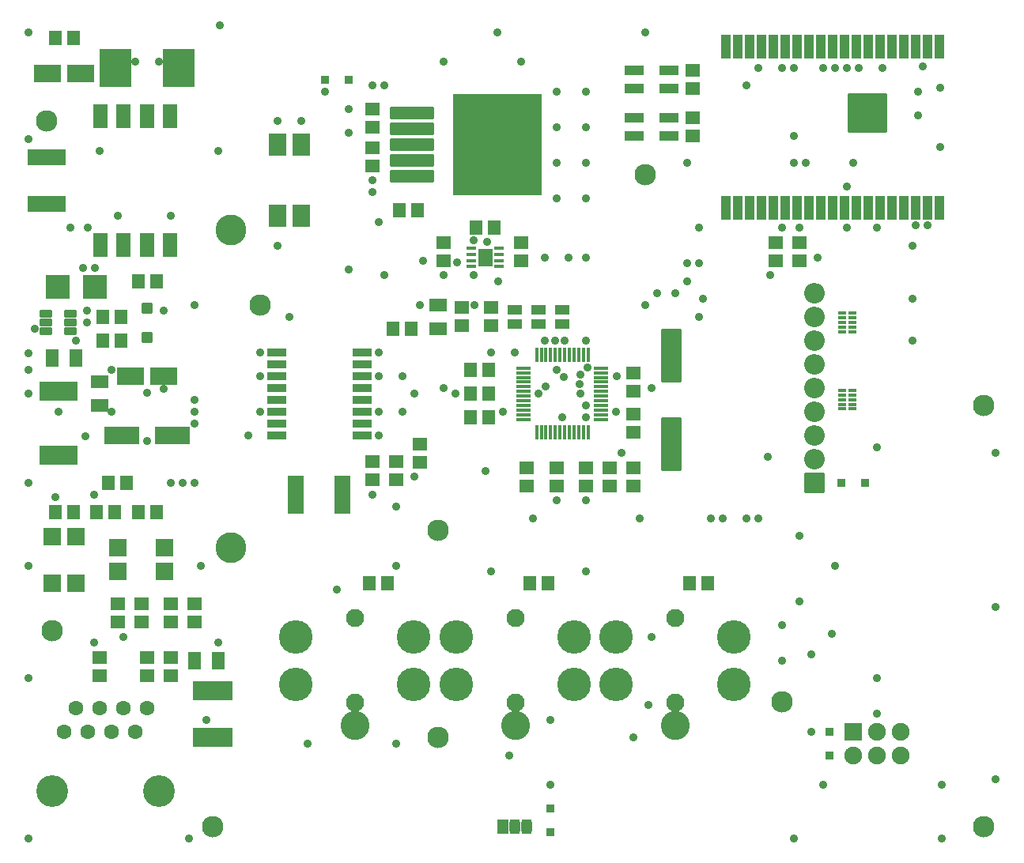
<source format=gts>
G04 #@! TF.GenerationSoftware,KiCad,Pcbnew,7.0.9*
G04 #@! TF.CreationDate,2023-12-25T16:07:17+01:00*
G04 #@! TF.ProjectId,wall-mounted-room-temperature-sensor-ethernet,77616c6c-2d6d-46f7-956e-7465642d726f,v1.0*
G04 #@! TF.SameCoordinates,Original*
G04 #@! TF.FileFunction,Soldermask,Top*
G04 #@! TF.FilePolarity,Negative*
%FSLAX46Y46*%
G04 Gerber Fmt 4.6, Leading zero omitted, Abs format (unit mm)*
G04 Created by KiCad (PCBNEW 7.0.9) date 2023-12-25 16:07:17*
%MOMM*%
%LPD*%
G01*
G04 APERTURE LIST*
G04 Aperture macros list*
%AMRoundRect*
0 Rectangle with rounded corners*
0 $1 Rounding radius*
0 $2 $3 $4 $5 $6 $7 $8 $9 X,Y pos of 4 corners*
0 Add a 4 corners polygon primitive as box body*
4,1,4,$2,$3,$4,$5,$6,$7,$8,$9,$2,$3,0*
0 Add four circle primitives for the rounded corners*
1,1,$1+$1,$2,$3*
1,1,$1+$1,$4,$5*
1,1,$1+$1,$6,$7*
1,1,$1+$1,$8,$9*
0 Add four rect primitives between the rounded corners*
20,1,$1+$1,$2,$3,$4,$5,0*
20,1,$1+$1,$4,$5,$6,$7,0*
20,1,$1+$1,$6,$7,$8,$9,0*
20,1,$1+$1,$8,$9,$2,$3,0*%
%AMFreePoly0*
4,1,13,0.685355,0.935355,0.700000,0.900000,0.700000,-0.900000,0.685355,-0.935355,0.650000,-0.950000,-0.650000,-0.950000,-0.685355,-0.935355,-0.700000,-0.900000,-0.700000,0.900000,-0.685355,0.935355,-0.650000,0.950000,0.650000,0.950000,0.685355,0.935355,0.685355,0.935355,$1*%
G04 Aperture macros list end*
%ADD10RoundRect,0.050000X-0.525000X-0.750000X0.525000X-0.750000X0.525000X0.750000X-0.525000X0.750000X0*%
%ADD11RoundRect,0.312500X-0.262500X-0.487500X0.262500X-0.487500X0.262500X0.487500X-0.262500X0.487500X0*%
%ADD12RoundRect,0.050000X-0.600000X-0.350000X0.600000X-0.350000X0.600000X0.350000X-0.600000X0.350000X0*%
%ADD13RoundRect,0.050000X2.000000X-1.000000X2.000000X1.000000X-2.000000X1.000000X-2.000000X-1.000000X0*%
%ADD14RoundRect,0.050000X-1.800000X-0.900000X1.800000X-0.900000X1.800000X0.900000X-1.800000X0.900000X0*%
%ADD15RoundRect,0.050000X1.650000X-2.000000X1.650000X2.000000X-1.650000X2.000000X-1.650000X-2.000000X0*%
%ADD16RoundRect,0.050000X-0.890000X1.100000X-0.890000X-1.100000X0.890000X-1.100000X0.890000X1.100000X0*%
%ADD17RoundRect,0.050000X1.350000X0.900000X-1.350000X0.900000X-1.350000X-0.900000X1.350000X-0.900000X0*%
%ADD18RoundRect,0.050000X-1.350000X-0.900000X1.350000X-0.900000X1.350000X0.900000X-1.350000X0.900000X0*%
%ADD19RoundRect,0.050000X0.700000X-1.250000X0.700000X1.250000X-0.700000X1.250000X-0.700000X-1.250000X0*%
%ADD20RoundRect,0.050000X-0.900000X-0.900000X0.900000X-0.900000X0.900000X0.900000X-0.900000X0.900000X0*%
%ADD21RoundRect,0.050000X-0.900000X0.900000X-0.900000X-0.900000X0.900000X-0.900000X0.900000X0.900000X0*%
%ADD22RoundRect,0.050000X-0.400000X0.150000X-0.400000X-0.150000X0.400000X-0.150000X0.400000X0.150000X0*%
%ADD23RoundRect,0.050000X2.000000X-0.800000X2.000000X0.800000X-2.000000X0.800000X-2.000000X-0.800000X0*%
%ADD24RoundRect,0.050000X-0.800000X-2.000000X0.800000X-2.000000X0.800000X2.000000X-0.800000X2.000000X0*%
%ADD25RoundRect,0.050000X-2.100000X1.000000X-2.100000X-1.000000X2.100000X-1.000000X2.100000X1.000000X0*%
%ADD26C,1.950000*%
%ADD27C,3.600000*%
%ADD28C,3.100000*%
%ADD29O,1.900000X1.900000*%
%ADD30RoundRect,0.050000X1.050000X1.050000X-1.050000X1.050000X-1.050000X-1.050000X1.050000X-1.050000X0*%
%ADD31O,2.200000X2.200000*%
%ADD32RoundRect,0.050000X1.000000X0.400000X-1.000000X0.400000X-1.000000X-0.400000X1.000000X-0.400000X0*%
%ADD33RoundRect,0.050000X-1.050000X2.800000X-1.050000X-2.800000X1.050000X-2.800000X1.050000X2.800000X0*%
%ADD34RoundRect,0.050000X-2.050000X2.050000X-2.050000X-2.050000X2.050000X-2.050000X2.050000X2.050000X0*%
%ADD35RoundRect,0.050000X-0.450000X1.250000X-0.450000X-1.250000X0.450000X-1.250000X0.450000X1.250000X0*%
%ADD36RoundRect,0.050000X-0.450000X-1.250000X0.450000X-1.250000X0.450000X1.250000X-0.450000X1.250000X0*%
%ADD37RoundRect,0.050000X0.450000X-1.250000X0.450000X1.250000X-0.450000X1.250000X-0.450000X-1.250000X0*%
%ADD38RoundRect,0.050000X-0.750000X-0.150000X0.750000X-0.150000X0.750000X0.150000X-0.750000X0.150000X0*%
%ADD39RoundRect,0.050000X-0.150000X-0.750000X0.150000X-0.750000X0.150000X0.750000X-0.150000X0.750000X0*%
%ADD40RoundRect,0.050000X0.750000X0.875000X-0.750000X0.875000X-0.750000X-0.875000X0.750000X-0.875000X0*%
%ADD41RoundRect,0.050000X0.500000X0.155000X-0.500000X0.155000X-0.500000X-0.155000X0.500000X-0.155000X0*%
%ADD42RoundRect,0.050000X-2.300000X-0.625000X2.300000X-0.625000X2.300000X0.625000X-2.300000X0.625000X0*%
%ADD43RoundRect,0.050000X-4.700000X-5.400000X4.700000X-5.400000X4.700000X5.400000X-4.700000X5.400000X0*%
%ADD44RoundRect,0.050000X-0.750000X0.650000X-0.750000X-0.650000X0.750000X-0.650000X0.750000X0.650000X0*%
%ADD45RoundRect,0.050000X-0.650000X-0.750000X0.650000X-0.750000X0.650000X0.750000X-0.650000X0.750000X0*%
%ADD46RoundRect,0.050000X0.750000X-0.650000X0.750000X0.650000X-0.750000X0.650000X-0.750000X-0.650000X0*%
%ADD47RoundRect,0.050000X0.650000X0.750000X-0.650000X0.750000X-0.650000X-0.750000X0.650000X-0.750000X0*%
%ADD48RoundRect,0.050000X0.400000X0.400000X-0.400000X0.400000X-0.400000X-0.400000X0.400000X-0.400000X0*%
%ADD49RoundRect,0.050000X0.550000X-0.550000X0.550000X0.550000X-0.550000X0.550000X-0.550000X-0.550000X0*%
%ADD50RoundRect,0.050000X1.250000X1.250000X-1.250000X1.250000X-1.250000X-1.250000X1.250000X-1.250000X0*%
%ADD51RoundRect,0.050000X-0.400000X0.400000X-0.400000X-0.400000X0.400000X-0.400000X0.400000X0.400000X0*%
%ADD52RoundRect,0.050000X-0.400000X-0.400000X0.400000X-0.400000X0.400000X0.400000X-0.400000X0.400000X0*%
%ADD53RoundRect,0.050000X0.750000X-0.500000X0.750000X0.500000X-0.750000X0.500000X-0.750000X-0.500000X0*%
%ADD54FreePoly0,90.000000*%
%ADD55FreePoly0,0.000000*%
%ADD56RoundRect,0.050000X1.000000X0.500000X-1.000000X0.500000X-1.000000X-0.500000X1.000000X-0.500000X0*%
%ADD57FreePoly0,270.000000*%
%ADD58RoundRect,0.050000X0.400000X-0.400000X0.400000X0.400000X-0.400000X0.400000X-0.400000X-0.400000X0*%
%ADD59C,2.300000*%
%ADD60C,3.300000*%
%ADD61C,1.600000*%
%ADD62C,3.400000*%
%ADD63C,0.900000*%
G04 APERTURE END LIST*
D10*
X90170000Y-155575000D03*
D11*
X91440000Y-155575000D03*
X92710000Y-155575000D03*
D12*
X41245000Y-100650000D03*
X41245000Y-101600000D03*
X41245000Y-102550000D03*
X43845000Y-102550000D03*
X43845000Y-101600000D03*
X43845000Y-100650000D03*
D13*
X42545000Y-115845000D03*
X42545000Y-108945000D03*
D14*
X49370000Y-113665000D03*
X54770000Y-113665000D03*
D15*
X48670000Y-74295000D03*
X55470000Y-74295000D03*
D16*
X68580000Y-82550000D03*
X66040000Y-82550000D03*
X66040000Y-90170000D03*
X68580000Y-90170000D03*
D17*
X44980000Y-74930000D03*
X41380000Y-74930000D03*
D18*
X50270000Y-107315000D03*
X53870000Y-107315000D03*
D19*
X54550000Y-93250000D03*
X52050000Y-93250000D03*
X49550000Y-93250000D03*
X47050000Y-93250000D03*
X47050000Y-79470000D03*
X49550000Y-79470000D03*
X52050000Y-79470000D03*
X54550000Y-79470000D03*
D20*
X48935000Y-125730000D03*
X48935000Y-128270000D03*
X53935000Y-128270000D03*
X53935000Y-125730000D03*
D21*
X44450000Y-124500000D03*
X41910000Y-124500000D03*
X41910000Y-129500000D03*
X44450000Y-129500000D03*
D22*
X126460000Y-100600000D03*
X126460000Y-101100000D03*
X126460000Y-101600000D03*
X126460000Y-102100000D03*
X126460000Y-102600000D03*
X127540000Y-102600000D03*
X127540000Y-102100000D03*
X127540000Y-101600000D03*
X127540000Y-101100000D03*
X127540000Y-100600000D03*
X126460000Y-108855000D03*
X126460000Y-109355000D03*
X126460000Y-109855000D03*
X126460000Y-110355000D03*
X126460000Y-110855000D03*
X127540000Y-110855000D03*
X127540000Y-110355000D03*
X127540000Y-109855000D03*
X127540000Y-109355000D03*
X127540000Y-108855000D03*
D23*
X41275000Y-88860000D03*
X41275000Y-83860000D03*
D24*
X67985000Y-120015000D03*
X72985000Y-120015000D03*
D25*
X59055000Y-141010000D03*
X59055000Y-146010000D03*
D26*
X108585000Y-133270000D03*
X108585000Y-142320000D03*
D27*
X114885000Y-140345000D03*
X102285000Y-140345000D03*
X114885000Y-135245000D03*
X102285000Y-135245000D03*
D28*
X108585000Y-144745000D03*
D26*
X91500000Y-133270000D03*
X91500000Y-142320000D03*
D27*
X97800000Y-140345000D03*
X85200000Y-140345000D03*
X97800000Y-135245000D03*
X85200000Y-135245000D03*
D28*
X91500000Y-144745000D03*
D26*
X74295000Y-133270000D03*
X74295000Y-142320000D03*
D27*
X80595000Y-140345000D03*
X67995000Y-140345000D03*
X80595000Y-135245000D03*
X67995000Y-135245000D03*
D28*
X74295000Y-144745000D03*
D21*
X127635000Y-145415000D03*
D29*
X127635000Y-147955000D03*
X130175000Y-145415000D03*
X130175000Y-147955000D03*
X132715000Y-145415000D03*
X132715000Y-147955000D03*
D30*
X123515000Y-118745000D03*
D31*
X123515000Y-116205000D03*
X123515000Y-113665000D03*
X123515000Y-111125000D03*
X123515000Y-108585000D03*
X123515000Y-106045000D03*
X123515000Y-103505000D03*
X123515000Y-100965000D03*
X123515000Y-98425000D03*
D32*
X65913000Y-113665000D03*
X65913000Y-112395000D03*
X65913000Y-111125000D03*
X65913000Y-109855000D03*
X65913000Y-108585000D03*
X65913000Y-107315000D03*
X65913000Y-106045000D03*
X65913000Y-104775000D03*
X75057000Y-104775000D03*
X75057000Y-106045000D03*
X75057000Y-107315000D03*
X75057000Y-108585000D03*
X75057000Y-109855000D03*
X75057000Y-111125000D03*
X75057000Y-112395000D03*
X75057000Y-113665000D03*
D33*
X108204000Y-105105000D03*
X108204000Y-114605000D03*
D34*
X129175000Y-79145000D03*
D35*
X136870000Y-89270000D03*
X135600000Y-89270000D03*
X134330000Y-89270000D03*
X133060000Y-89270000D03*
X131790000Y-89270000D03*
X130520000Y-89270000D03*
X129250000Y-89270000D03*
X127980000Y-89270000D03*
X126710000Y-89270000D03*
X125440000Y-89270000D03*
X124170000Y-89270000D03*
X122900000Y-89270000D03*
X121630000Y-89270000D03*
X120360000Y-89281000D03*
X119090000Y-89270000D03*
X117820000Y-89270000D03*
D36*
X116550000Y-89281000D03*
X115280000Y-89281000D03*
X114010000Y-89281000D03*
X114010000Y-72009000D03*
X115280000Y-72009000D03*
X116550000Y-72009000D03*
D37*
X117820000Y-72020000D03*
X119090000Y-72020000D03*
D35*
X120360000Y-72020000D03*
X121630000Y-72020000D03*
X122900000Y-72020000D03*
X124170000Y-72020000D03*
X125440000Y-72020000D03*
X126710000Y-72020000D03*
X127980000Y-72020000D03*
X129250000Y-72020000D03*
X130520000Y-72020000D03*
X131790000Y-72020000D03*
X133060000Y-72020000D03*
X134330000Y-72020000D03*
X135600000Y-72020000D03*
X136870000Y-72020000D03*
D38*
X92357500Y-106470000D03*
X92357500Y-106970000D03*
X92357500Y-107470000D03*
X92357500Y-107970000D03*
X92357500Y-108470000D03*
X92357500Y-108970000D03*
X92357500Y-109470000D03*
X92357500Y-109970000D03*
X92357500Y-110470000D03*
X92357500Y-110970000D03*
X92357500Y-111470000D03*
X92357500Y-111970000D03*
D39*
X93770000Y-113382500D03*
X94270000Y-113382500D03*
X94770000Y-113382500D03*
X95270000Y-113382500D03*
X95770000Y-113382500D03*
X96270000Y-113382500D03*
X96770000Y-113382500D03*
X97270000Y-113382500D03*
X97770000Y-113382500D03*
X98270000Y-113382500D03*
X98770000Y-113382500D03*
X99270000Y-113382500D03*
D38*
X100682500Y-111970000D03*
X100682500Y-111470000D03*
X100682500Y-110970000D03*
X100682500Y-110470000D03*
X100682500Y-109970000D03*
X100682500Y-109470000D03*
X100682500Y-108970000D03*
X100682500Y-108470000D03*
X100682500Y-107970000D03*
X100682500Y-107470000D03*
X100682500Y-106970000D03*
X100682500Y-106470000D03*
D39*
X99270000Y-105057500D03*
X98770000Y-105057500D03*
X98270000Y-105057500D03*
X97770000Y-105057500D03*
X97270000Y-105057500D03*
X96770000Y-105057500D03*
X96270000Y-105057500D03*
X95770000Y-105057500D03*
X95270000Y-105057500D03*
X94770000Y-105057500D03*
X94270000Y-105057500D03*
X93770000Y-105057500D03*
D40*
X88265000Y-94615000D03*
D41*
X86779100Y-95590000D03*
X86779100Y-94940000D03*
X86779100Y-94290000D03*
X86779100Y-93640000D03*
X89750900Y-93640000D03*
X89750900Y-94290000D03*
X89750900Y-94940000D03*
X89750900Y-95590000D03*
D42*
X80385000Y-85950000D03*
X80385000Y-84250000D03*
D43*
X89535000Y-82550000D03*
D42*
X80385000Y-82550000D03*
X80385000Y-80850000D03*
X80385000Y-79150000D03*
D44*
X104140000Y-111425000D03*
X104140000Y-113365000D03*
D45*
X78405000Y-102235000D03*
X80345000Y-102235000D03*
D44*
X101600000Y-117140000D03*
X101600000Y-119080000D03*
X76200000Y-116505000D03*
X76200000Y-118445000D03*
X104140000Y-117140000D03*
X104140000Y-119080000D03*
X76200000Y-78705000D03*
X76200000Y-80645000D03*
D46*
X83820000Y-94950000D03*
X83820000Y-93010000D03*
D45*
X87295000Y-91440000D03*
X89235000Y-91440000D03*
X79040000Y-89535000D03*
X80980000Y-89535000D03*
D46*
X76200000Y-84790000D03*
X76200000Y-82850000D03*
X92075000Y-94950000D03*
X92075000Y-93010000D03*
D44*
X92710000Y-117140000D03*
X92710000Y-119080000D03*
X99060000Y-117140000D03*
X99060000Y-119080000D03*
D47*
X88600000Y-109220000D03*
X86660000Y-109220000D03*
X49230000Y-100965000D03*
X47290000Y-100965000D03*
X88600000Y-111760000D03*
X86660000Y-111760000D03*
X88600000Y-106680000D03*
X86660000Y-106680000D03*
D44*
X95885000Y-117140000D03*
X95885000Y-119080000D03*
D46*
X88900000Y-101935000D03*
X88900000Y-99995000D03*
X110490000Y-76535000D03*
X110490000Y-74595000D03*
X110490000Y-81615000D03*
X110490000Y-79675000D03*
D44*
X48895000Y-131745000D03*
X48895000Y-133685000D03*
X57150000Y-131745000D03*
X57150000Y-133685000D03*
D45*
X47925000Y-118745000D03*
X49865000Y-118745000D03*
X46655000Y-121920000D03*
X48595000Y-121920000D03*
D46*
X52070000Y-139400000D03*
X52070000Y-137460000D03*
D45*
X42210000Y-71120000D03*
X44150000Y-71120000D03*
D46*
X46990000Y-139400000D03*
X46990000Y-137460000D03*
D44*
X85725000Y-99995000D03*
X85725000Y-101935000D03*
X104140000Y-106980000D03*
X104140000Y-108920000D03*
D46*
X81280000Y-116540000D03*
X81280000Y-114600000D03*
X78740000Y-118445000D03*
X78740000Y-116505000D03*
D47*
X49230000Y-103505000D03*
X47290000Y-103505000D03*
D45*
X51100000Y-97155000D03*
X53040000Y-97155000D03*
D46*
X121920000Y-94950000D03*
X121920000Y-93010000D03*
D45*
X110155000Y-129540000D03*
X112095000Y-129540000D03*
X93010000Y-129540000D03*
X94950000Y-129540000D03*
X75865000Y-129540000D03*
X77805000Y-129540000D03*
D47*
X44150000Y-121920000D03*
X42210000Y-121920000D03*
D45*
X51100000Y-121920000D03*
X53040000Y-121920000D03*
D44*
X119380000Y-93010000D03*
X119380000Y-94950000D03*
X51435000Y-131745000D03*
X51435000Y-133685000D03*
X54610000Y-131745000D03*
X54610000Y-133685000D03*
X54610000Y-137460000D03*
X54610000Y-139400000D03*
D48*
X73660000Y-75565000D03*
X71120000Y-75565000D03*
D49*
X52070000Y-103175000D03*
X52070000Y-100025000D03*
D50*
X46450000Y-97790000D03*
X42450000Y-97790000D03*
D51*
X125095000Y-145415000D03*
X125095000Y-147955000D03*
D52*
X126365000Y-118745000D03*
X128905000Y-118745000D03*
D53*
X93980000Y-101727000D03*
X93980000Y-100203000D03*
X91440000Y-101727000D03*
X91440000Y-100203000D03*
D54*
X83185000Y-102235000D03*
X83185000Y-99695000D03*
D55*
X41910000Y-105410000D03*
X44450000Y-105410000D03*
D56*
X107920000Y-76565000D03*
X104170000Y-76565000D03*
X107920000Y-74565000D03*
X104170000Y-74565000D03*
X107920000Y-81645000D03*
X104170000Y-81645000D03*
X107920000Y-79645000D03*
X104170000Y-79645000D03*
D55*
X57150000Y-137795000D03*
X59690000Y-137795000D03*
D57*
X46990000Y-107950000D03*
X46990000Y-110490000D03*
D53*
X96520000Y-101727000D03*
X96520000Y-100203000D03*
D58*
X95250000Y-156210000D03*
X95250000Y-153670000D03*
D59*
X141605000Y-155575000D03*
X141605000Y-110490000D03*
X83185000Y-123825000D03*
X105410000Y-85725000D03*
X41275000Y-80010000D03*
X64135000Y-99695000D03*
D60*
X61000000Y-125720000D03*
X61000000Y-91720000D03*
D59*
X83185000Y-146050000D03*
D61*
X52071000Y-142875000D03*
X50801000Y-145415000D03*
X49531000Y-142875000D03*
X48261000Y-145415000D03*
X46991000Y-142875000D03*
X45721000Y-145415000D03*
X44451000Y-142875000D03*
X43181000Y-145415000D03*
D62*
X53341000Y-151765000D03*
X41909000Y-151765000D03*
D59*
X41910000Y-134620000D03*
X120015000Y-142240000D03*
X59055000Y-155575000D03*
D63*
X106045000Y-108585000D03*
X95885000Y-88265000D03*
X99060000Y-76835000D03*
X99060000Y-80645000D03*
X99060000Y-84455000D03*
X99060000Y-88265000D03*
X137160000Y-156845000D03*
X121285000Y-156845000D03*
X142875000Y-132080000D03*
X130175000Y-114935000D03*
X46990000Y-83185000D03*
X59690000Y-83185000D03*
X89535000Y-70485000D03*
X39370000Y-81915000D03*
X142875000Y-115570000D03*
X120015000Y-137795000D03*
X125730000Y-127635000D03*
X72390000Y-130175000D03*
X86995000Y-96520000D03*
X136940001Y-82769999D03*
X88475001Y-92920001D03*
X130175000Y-139700000D03*
X39370000Y-70485000D03*
X99060000Y-120650000D03*
X88265000Y-117475000D03*
X109855000Y-95250000D03*
X102235000Y-111125000D03*
X69215000Y-146685000D03*
X95250000Y-151130000D03*
X95885000Y-76835000D03*
X106680000Y-98425000D03*
X76200000Y-120015000D03*
X105410000Y-99695000D03*
X136940001Y-76419999D03*
X123190000Y-145415000D03*
X105410000Y-70485000D03*
X59830001Y-69709999D03*
X88910332Y-104764668D03*
X95885000Y-84455000D03*
X118530000Y-115990000D03*
X91440000Y-104775000D03*
X80645000Y-109220000D03*
X142875000Y-150495000D03*
X95885000Y-80645000D03*
X89662000Y-97155000D03*
X111125000Y-95250000D03*
X85090000Y-109220000D03*
X95885000Y-120650000D03*
X78740000Y-146685000D03*
X83820000Y-96520000D03*
X73660000Y-95885000D03*
X73660000Y-78740000D03*
X73660000Y-81280000D03*
X76200000Y-76200000D03*
X81580000Y-94950000D03*
X85205000Y-95135000D03*
X77470000Y-76200000D03*
X77470000Y-96520000D03*
X86995000Y-92790002D03*
X81280000Y-99695000D03*
X117475000Y-122555000D03*
X113665000Y-122555000D03*
X111125000Y-100965000D03*
X112395000Y-122555000D03*
X116205000Y-122555000D03*
X97155000Y-94615000D03*
X106045000Y-135255000D03*
X87122000Y-99695000D03*
X102870000Y-115570000D03*
X78740000Y-121285000D03*
X99060000Y-110490000D03*
X80645000Y-118110000D03*
X99060000Y-94615000D03*
X88900000Y-128270000D03*
X99060000Y-128270000D03*
X78740000Y-127635000D03*
X108585000Y-98425000D03*
X94615000Y-94615000D03*
X105745000Y-142540000D03*
X57150000Y-111125000D03*
X57150000Y-109855000D03*
X39370000Y-118745000D03*
X57150000Y-112395000D03*
X46355000Y-120015000D03*
X42210000Y-120315000D03*
X54610000Y-118745000D03*
X55880000Y-118745000D03*
X57150000Y-118745000D03*
X83820000Y-108585000D03*
X79375000Y-107315000D03*
X76835000Y-107315000D03*
X76835000Y-104775000D03*
X99060000Y-111760000D03*
X96520000Y-111760000D03*
X76200000Y-87630000D03*
X127000000Y-86995000D03*
X76835000Y-90805000D03*
X123825000Y-94615000D03*
X109855000Y-84455000D03*
X76200000Y-86360000D03*
X134620000Y-79375000D03*
X135128000Y-74114999D03*
X134620000Y-76835000D03*
X52070000Y-109093000D03*
X54610000Y-90170000D03*
X48895000Y-90170000D03*
X46482000Y-95758000D03*
X48260000Y-111125000D03*
X45593000Y-101600000D03*
X66040000Y-93345000D03*
X52070000Y-114300000D03*
X53870000Y-108690000D03*
X45720000Y-91440000D03*
X45593000Y-100330000D03*
X45466000Y-113792000D03*
X67310000Y-100965000D03*
X53870000Y-100330000D03*
X45212000Y-95758000D03*
X57150000Y-99695000D03*
X48260000Y-106680000D03*
X42545000Y-111125000D03*
X39370000Y-109220000D03*
X39370000Y-156845000D03*
X58420000Y-144145000D03*
X59690000Y-135890000D03*
X39370000Y-139700000D03*
X56515000Y-156845000D03*
X57785000Y-127635000D03*
X39370000Y-127635000D03*
X49530000Y-135255000D03*
X46355000Y-135890000D03*
X66040000Y-80010000D03*
X83820000Y-73660000D03*
X50800000Y-73660000D03*
X71120000Y-76835000D03*
X130175000Y-143510000D03*
X130810000Y-74295000D03*
X123190000Y-137160000D03*
X120015000Y-133985000D03*
X121285000Y-84455000D03*
X120015000Y-91440000D03*
X121285000Y-81615000D03*
X128270000Y-74295000D03*
X127000000Y-74295000D03*
X125730000Y-74295000D03*
X93345000Y-122555000D03*
X104775000Y-122555000D03*
X76835000Y-113665000D03*
X79375000Y-111125000D03*
X76835000Y-111125000D03*
X109855000Y-97155000D03*
X125412500Y-134937500D03*
X92075000Y-73660000D03*
X111570000Y-99060000D03*
X121920000Y-131445000D03*
X121920000Y-124460000D03*
X127000000Y-91440000D03*
X130175000Y-91440000D03*
X121920000Y-91440000D03*
X118745000Y-96520000D03*
X134330000Y-91150000D03*
X133985000Y-103505000D03*
X133985000Y-99060000D03*
X135600000Y-91150000D03*
X64135000Y-107315000D03*
X64135000Y-111125000D03*
X64135000Y-104775000D03*
X62865000Y-113665000D03*
X43815000Y-91440000D03*
X53340000Y-73660000D03*
X96635001Y-107430001D03*
X95885000Y-106680000D03*
X93980000Y-109220000D03*
X94730000Y-108470000D03*
X116205000Y-76200000D03*
X99060000Y-103505000D03*
X68580000Y-80010000D03*
X137160000Y-151130000D03*
X133985000Y-93345000D03*
X104140000Y-146050000D03*
X124460000Y-151130000D03*
X127635000Y-84455000D03*
X124460000Y-74295000D03*
X122555000Y-84455000D03*
X121285000Y-74295000D03*
X98394671Y-108189668D03*
X98425000Y-107188000D03*
X120015000Y-74295000D03*
X117475000Y-74295000D03*
X99187000Y-106426000D03*
X111125000Y-91440000D03*
X98425000Y-109220000D03*
X90805000Y-147955000D03*
X95250000Y-144145000D03*
X94615000Y-103505000D03*
X95725178Y-103554517D03*
X96723245Y-103492338D03*
X40005000Y-102235000D03*
X44450000Y-103505000D03*
X39370000Y-106680000D03*
X39370000Y-104902000D03*
X102350000Y-107315000D03*
X90170000Y-111125000D03*
M02*

</source>
